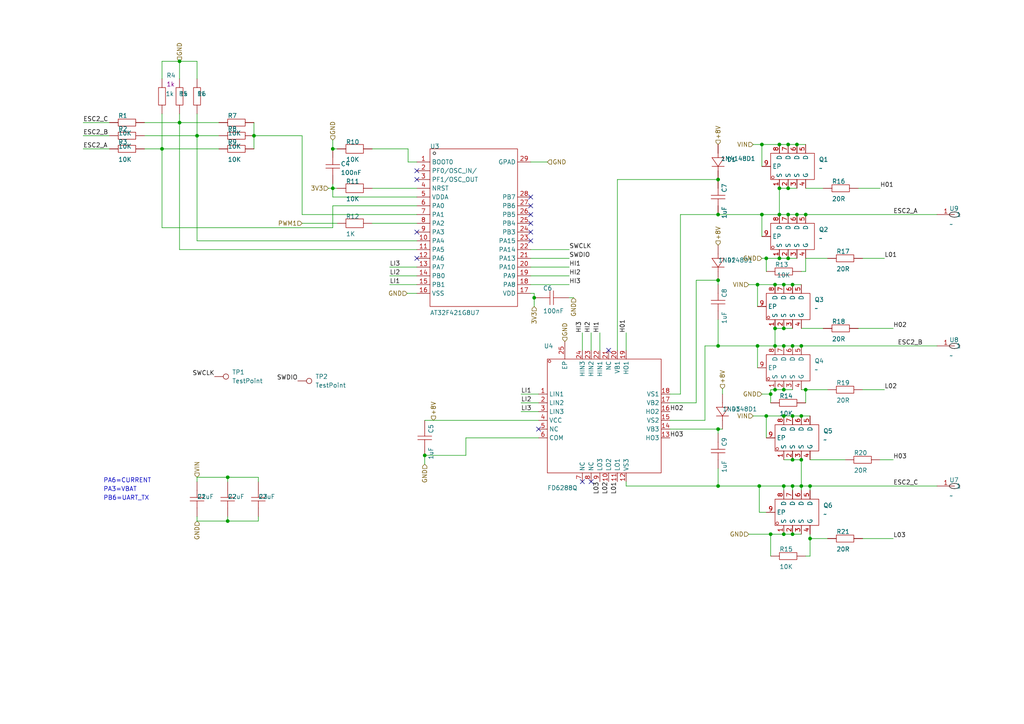
<source format=kicad_sch>
(kicad_sch (version 20250114) (generator "eeschema") (generator_version "9.0")
  (paper "A4")
  (lib_symbols
    (symbol "2_P2-altium-import:root_0_100nf_" (pin_numbers (hide yes)) (pin_names (hide yes))
      (symbol "root_0_100nf__1_0"
        (pin passive line (at -5.08 0 0) (length 2.54) (name "1") (number "1"))
        (pin passive line (at 5.08 0 180) (length 2.54) (name "2") (number "2"))
      )
    )
    (symbol "2_P2-altium-import:root_0_10k_" (pin_numbers (hide yes)) (pin_names (hide yes))
      (symbol "root_0_10k__1_0"
        (pin passive line (at -5.08 0 0) (length 2.54) (name "1") (number "1"))
        (pin passive line (at 5.08 0 180) (length 2.54) (name "2") (number "2"))
      )
    )
    (symbol "2_P2-altium-import:root_0_AT32F421G8U7_"
      (symbol "root_0_AT32F421G8U7__1_0"
        (pin passive line (at -3.81 41.91 0) (length 3.81) (name "BOOT0") (number "1"))
        (pin passive line (at -3.81 39.37 0) (length 3.81) (name "PF0/OSC_IN/") (number "2"))
        (pin passive line (at -3.81 36.83 0) (length 3.81) (name "PF1/OSC_OUT") (number "3"))
        (pin passive line (at -3.81 34.29 0) (length 3.81) (name "NRST") (number "4"))
        (pin passive line (at -3.81 31.75 0) (length 3.81) (name "VDDA") (number "5"))
        (pin passive line (at -3.81 29.21 0) (length 3.81) (name "PA0") (number "6"))
        (pin passive line (at -3.81 26.67 0) (length 3.81) (name "PA1") (number "7"))
        (pin passive line (at -3.81 24.13 0) (length 3.81) (name "PA2") (number "8"))
        (pin passive line (at -3.81 21.59 0) (length 3.81) (name "PA3") (number "9"))
        (pin passive line (at -3.81 19.05 0) (length 3.81) (name "PA4") (number "10"))
        (pin passive line (at -3.81 16.51 0) (length 3.81) (name "PA5") (number "11"))
        (pin passive line (at -3.81 13.97 0) (length 3.81) (name "PA6") (number "12"))
        (pin passive line (at -3.81 11.43 0) (length 3.81) (name "PA7") (number "13"))
        (pin passive line (at -3.81 8.89 0) (length 3.81) (name "PB0") (number "14"))
        (pin passive line (at -3.81 6.35 0) (length 3.81) (name "PB1") (number "15"))
        (pin passive line (at -3.81 3.81 0) (length 3.81) (name "VSS") (number "16"))
        (pin passive line (at 29.21 41.91 180) (length 3.81) (name "GPAD") (number "29"))
        (pin passive line (at 29.21 31.75 180) (length 3.81) (name "PB7") (number "28"))
        (pin passive line (at 29.21 29.21 180) (length 3.81) (name "PB6") (number "27"))
        (pin passive line (at 29.21 26.67 180) (length 3.81) (name "PB5") (number "26"))
        (pin passive line (at 29.21 24.13 180) (length 3.81) (name "PB4") (number "25"))
        (pin passive line (at 29.21 21.59 180) (length 3.81) (name "PB3") (number "24"))
        (pin passive line (at 29.21 19.05 180) (length 3.81) (name "PA15") (number "23"))
        (pin passive line (at 29.21 16.51 180) (length 3.81) (name "PA14") (number "22"))
        (pin passive line (at 29.21 13.97 180) (length 3.81) (name "PA13") (number "21"))
        (pin passive line (at 29.21 11.43 180) (length 3.81) (name "PA10") (number "20"))
        (pin passive line (at 29.21 8.89 180) (length 3.81) (name "PA9") (number "19"))
        (pin passive line (at 29.21 6.35 180) (length 3.81) (name "PA8") (number "18"))
        (pin passive line (at 29.21 3.81 180) (length 3.81) (name "VDD") (number "17"))
      )
    )
    (symbol "2_P2-altium-import:root_0_ESC焊盘_"
      (symbol "root_0_ESC焊盘__1_0"
        (pin passive line (at -5.08 0 0) (length 5.08) (name "1") (number "1"))
      )
    )
    (symbol "2_P2-altium-import:root_0_FD6288Q_3_"
      (symbol "root_0_FD6288Q_3__1_0"
        (pin passive line (at -19.05 6.35 0) (length 2.54) (name "LIN1") (number "1"))
        (pin passive line (at -19.05 3.81 0) (length 2.54) (name "LIN2") (number "2"))
        (pin passive line (at -19.05 1.27 0) (length 2.54) (name "LIN3") (number "3"))
        (pin passive line (at -19.05 -1.27 0) (length 2.54) (name "VCC") (number "4"))
        (pin passive line (at -19.05 -3.81 0) (length 2.54) (name "NC") (number "5"))
        (pin passive line (at -19.05 -6.35 0) (length 2.54) (name "COM") (number "6"))
        (pin passive line (at -11.43 21.59 270) (length 5.08) (name "EP") (number "25"))
        (pin passive line (at -6.35 19.05 270) (length 2.54) (name "HIN3") (number "24"))
        (pin passive line (at -6.35 -19.05 90) (length 2.54) (name "NC") (number "7"))
        (pin passive line (at -3.81 19.05 270) (length 2.54) (name "HIN2") (number "23"))
        (pin passive line (at -3.81 -19.05 90) (length 2.54) (name "NC") (number "8"))
        (pin passive line (at -1.27 19.05 270) (length 2.54) (name "HIN1") (number "22"))
        (pin passive line (at -1.27 -19.05 90) (length 2.54) (name "LO3") (number "9"))
        (pin passive line (at 1.27 19.05 270) (length 2.54) (name "NC") (number "21"))
        (pin passive line (at 1.27 -19.05 90) (length 2.54) (name "LO2") (number "10"))
        (pin passive line (at 3.81 19.05 270) (length 2.54) (name "VB1") (number "20"))
        (pin passive line (at 3.81 -19.05 90) (length 2.54) (name "LO1") (number "11"))
        (pin passive line (at 6.35 19.05 270) (length 2.54) (name "HO1") (number "19"))
        (pin passive line (at 6.35 -19.05 90) (length 2.54) (name "VS3") (number "12"))
        (pin passive line (at 19.05 6.35 180) (length 2.54) (name "VS1") (number "18"))
        (pin passive line (at 19.05 3.81 180) (length 2.54) (name "VB2") (number "17"))
        (pin passive line (at 19.05 1.27 180) (length 2.54) (name "HO2") (number "16"))
        (pin passive line (at 19.05 -1.27 180) (length 2.54) (name "VS2") (number "15"))
        (pin passive line (at 19.05 -3.81 180) (length 2.54) (name "VB3") (number "14"))
        (pin passive line (at 19.05 -6.35 180) (length 2.54) (name "HO3") (number "13"))
      )
    )
    (symbol "2_P2-altium-import:root_0_R0201_3_" (pin_numbers (hide yes)) (pin_names (hide yes))
      (symbol "root_0_R0201_3__1_0"
        (pin passive line (at -5.08 0 0) (length 2.54) (name "1") (number "1"))
        (pin passive line (at 5.08 0 180) (length 2.54) (name "2") (number "2"))
      )
    )
    (symbol "2_P2-altium-import:root_0_R0402_" (pin_numbers (hide yes)) (pin_names (hide yes))
      (symbol "root_0_R0402__1_0"
        (pin passive line (at -5.08 0 0) (length 2.54) (name "1") (number "1"))
        (pin passive line (at 5.08 0 180) (length 2.54) (name "2") (number "2"))
      )
    )
    (symbol "2_P2-altium-import:root_1_100nf_" (pin_numbers (hide yes)) (pin_names (hide yes))
      (symbol "root_1_100nf__1_0"
        (pin passive line (at 0 5.08 270) (length 2.54) (name "2") (number "2"))
        (pin passive line (at 0 -5.08 90) (length 2.54) (name "1") (number "1"))
      )
    )
    (symbol "2_P2-altium-import:root_1_CAP_0805_" (pin_numbers (hide yes)) (pin_names (hide yes))
      (symbol "root_1_CAP_0805__1_0"
        (pin passive line (at 0 5.08 270) (length 2.54) (name "2") (number "2"))
        (pin passive line (at 0 -5.08 90) (length 2.54) (name "1") (number "1"))
      )
    )
    (symbol "2_P2-altium-import:root_1_R0201_3_" (pin_numbers (hide yes)) (pin_names (hide yes))
      (symbol "root_1_R0201_3__1_0"
        (pin passive line (at 0 5.08 270) (length 2.54) (name "2") (number "2"))
        (pin passive line (at 0 -5.08 90) (length 2.54) (name "1") (number "1"))
      )
    )
    (symbol "2_P2-altium-import:root_1_SED3080M_"
      (symbol "root_1_SED3080M__1_0"
        (pin passive line (at -8.89 0 0) (length 2.54) (name "EP") (number "9"))
        (pin passive line (at -3.81 6.35 270) (length 2.54) (name "D") (number "8"))
        (pin passive line (at -3.81 -6.35 90) (length 2.54) (name "S") (number "1"))
        (pin passive line (at -1.27 6.35 270) (length 2.54) (name "D") (number "7"))
        (pin passive line (at -1.27 -6.35 90) (length 2.54) (name "S") (number "2"))
        (pin passive line (at 1.27 6.35 270) (length 2.54) (name "D") (number "6"))
        (pin passive line (at 1.27 -6.35 90) (length 2.54) (name "S") (number "3"))
        (pin passive line (at 3.81 6.35 270) (length 2.54) (name "D") (number "5"))
        (pin passive line (at 3.81 -6.35 90) (length 2.54) (name "G") (number "4"))
      )
    )
    (symbol "2_P2-altium-import:root_1_TPBT4448-1006_" (pin_numbers (hide yes)) (pin_names (hide yes))
      (symbol "root_1_TPBT4448-1006__1_0"
        (pin passive line (at 0 5.08 270) (length 2.54) (name "A") (number "2"))
        (pin passive line (at 0 -5.08 90) (length 2.54) (name "K") (number "1"))
      )
    )
    (symbol "2_P2-altium-import:root_2_1k_" (pin_numbers (hide yes)) (pin_names (hide yes))
      (symbol "root_2_1k__1_0"
        (pin passive line (at -5.08 0 0) (length 2.54) (name "2") (number "2"))
        (pin passive line (at 5.08 0 180) (length 2.54) (name "1") (number "1"))
      )
    )
    (symbol "2_P2-altium-import:root_3_C0402_" (pin_numbers (hide yes)) (pin_names (hide yes))
      (symbol "root_3_C0402__1_0"
        (pin passive line (at 0 5.08 270) (length 2.54) (name "1") (number "1"))
        (pin passive line (at 0 -5.08 90) (length 2.54) (name "2") (number "2"))
      )
    )
    (symbol "Connector:TestPoint" (pin_numbers (hide yes)) (pin_names (offset 0.762) (hide yes))
      (property "Reference" "TP" (at 0 6.858 0))
      (property "Value" "TestPoint" (at 0 5.08 0))
      (symbol "TestPoint_1_1"
        (pin passive line (at 0 0 90) (length 2.54) (name "1") (number "1"))
      )
    )
  )
  (text "PA3=VBAT" (at 29.972 142.748 0) (effects (font (size 1.27 1.27)) (justify left bottom)))
  (text "PB6=UART_TX" (at 29.972 145.288 0) (effects (font (size 1.27 1.27)) (justify left bottom)))
  (text "PA6=CURRENT" (at 29.972 140.208 0) (effects (font (size 1.27 1.27)) (justify left bottom)))
  (junction (at 123.19 132.08))
  (junction (at 227.33 140.97))
  (junction (at 226.06 62.23))
  (junction (at 228.6 74.93))
  (junction (at 229.87 140.97))
  (junction (at 208.28 81.28))
  (junction (at 208.28 100.33))
  (junction (at 96.52 43.18))
  (junction (at 154.94 86.36))
  (junction (at 228.6 41.91))
  (junction (at 220.218 140.97))
  (junction (at 227.33 120.65))
  (junction (at 46.99 43.18))
  (junction (at 232.41 133.35))
  (junction (at 229.87 133.35))
  (junction (at 223.52 114.3))
  (junction (at 224.79 113.03))
  (junction (at 232.41 120.65))
  (junction (at 208.28 124.46))
  (junction (at 220.98 62.23))
  (junction (at 232.41 100.33))
  (junction (at 227.33 100.33))
  (junction (at 227.33 113.03))
  (junction (at 229.87 100.33))
  (junction (at 226.06 74.93))
  (junction (at 222.25 120.65))
  (junction (at 228.6 62.23))
  (junction (at 226.06 54.61))
  (junction (at 208.28 140.97))
  (junction (at 208.28 52.07))
  (junction (at 231.14 62.23))
  (junction (at 224.79 100.33))
  (junction (at 223.52 154.94))
  (junction (at 224.79 95.25))
  (junction (at 229.87 82.55))
  (junction (at 232.41 140.97))
  (junction (at 234.95 140.97))
  (junction (at 219.71 82.55))
  (junction (at 52.07 35.56))
  (junction (at 234.95 156.21))
  (junction (at 226.06 41.91))
  (junction (at 220.98 41.91))
  (junction (at 224.79 82.55))
  (junction (at 66.04 138.43))
  (junction (at 208.28 62.23))
  (junction (at 219.71 100.33))
  (junction (at 229.87 154.94))
  (junction (at 96.52 54.61))
  (junction (at 57.15 39.37))
  (junction (at 66.04 151.13))
  (junction (at 227.33 82.55))
  (junction (at 222.25 74.93))
  (junction (at 233.68 113.03))
  (junction (at 233.68 62.23))
  (junction (at 228.6 54.61))
  (junction (at 73.66 39.37))
  (junction (at 231.14 41.91))
  (junction (at 227.33 95.25))
  (junction (at 229.87 120.65))
  (junction (at 52.07 17.78))
  (junction (at 227.33 154.94))
  (no_connect (at 153.924 67.31))
  (no_connect (at 171.45 139.7))
  (no_connect (at 120.904 49.53))
  (no_connect (at 120.904 52.07))
  (no_connect (at 153.924 57.15))
  (no_connect (at 176.53 101.6))
  (no_connect (at 153.924 64.77))
  (no_connect (at 153.924 62.23))
  (no_connect (at 120.904 67.31))
  (no_connect (at 153.924 59.69))
  (no_connect (at 120.904 74.93))
  (no_connect (at 156.21 124.46))
  (no_connect (at 168.91 139.7))
  (no_connect (at 153.924 69.85))
  (wire (pts (xy 135.128 132.08) (xy 135.128 127)))
  (wire (pts (xy 222.25 120.65) (xy 222.25 127)))
  (wire (pts (xy 208.28 92.71) (xy 208.28 100.33)))
  (wire (pts (xy 224.79 95.25) (xy 224.79 100.33)))
  (wire (pts (xy 229.87 140.97) (xy 227.33 140.97)))
  (wire (pts (xy 208.28 140.97) (xy 220.218 140.97)))
  (wire (pts (xy 168.91 96.52) (xy 168.91 101.6)))
  (wire (pts (xy 220.218 148.59) (xy 222.25 148.59)))
  (wire (pts (xy 194.31 116.84) (xy 201.93 116.84)))
  (wire (pts (xy 46.99 43.18) (xy 41.91 43.18)))
  (wire (pts (xy 226.06 54.61) (xy 226.06 62.23)))
  (wire (pts (xy 231.14 54.61) (xy 228.6 54.61)))
  (wire (pts (xy 208.28 124.46) (xy 209.55 124.46)))
  (wire (pts (xy 209.55 112.776) (xy 209.55 114.3)))
  (wire (pts (xy 234.95 161.29) (xy 233.68 161.29)))
  (wire (pts (xy 24.13 35.56) (xy 31.75 35.56)))
  (wire (pts (xy 228.6 62.23) (xy 231.14 62.23)))
  (wire (pts (xy 232.41 95.25) (xy 238.76 95.25)))
  (wire (pts (xy 96.52 54.61) (xy 97.79 54.61)))
  (wire (pts (xy 96.52 54.61) (xy 95.25 54.61)))
  (wire (pts (xy 153.924 74.93) (xy 165.1 74.93)))
  (wire (pts (xy 204.47 100.33) (xy 208.28 100.33)))
  (wire (pts (xy 208.28 125.73) (xy 208.28 124.46)))
  (wire (pts (xy 231.14 62.23) (xy 233.68 62.23)))
  (wire (pts (xy 220.98 48.26) (xy 220.98 41.91)))
  (wire (pts (xy 113.03 80.01) (xy 120.904 80.01)))
  (wire (pts (xy 153.924 77.47) (xy 165.1 77.47)))
  (wire (pts (xy 234.95 140.97) (xy 232.41 140.97)))
  (wire (pts (xy 233.68 62.23) (xy 271.78 62.23)))
  (wire (pts (xy 52.07 17.78) (xy 52.07 22.86)))
  (wire (pts (xy 57.15 151.13) (xy 57.15 149.86)))
  (wire (pts (xy 197.358 62.23) (xy 197.358 114.3)))
  (wire (pts (xy 96.52 40.64) (xy 96.52 43.18)))
  (wire (pts (xy 96.52 59.69) (xy 96.52 66.04)))
  (wire (pts (xy 234.95 156.21) (xy 234.95 161.29)))
  (wire (pts (xy 96.52 43.18) (xy 97.79 43.18)))
  (wire (pts (xy 217.17 82.55) (xy 219.71 82.55)))
  (wire (pts (xy 87.63 62.23) (xy 87.63 39.37)))
  (wire (pts (xy 219.71 100.33) (xy 219.71 106.68)))
  (wire (pts (xy 166.37 86.36) (xy 165.1 86.36)))
  (wire (pts (xy 233.68 78.74) (xy 233.68 74.93)))
  (wire (pts (xy 57.15 17.78) (xy 52.07 17.78)))
  (wire (pts (xy 153.924 46.99) (xy 158.75 46.99)))
  (wire (pts (xy 232.41 140.97) (xy 229.87 140.97)))
  (wire (pts (xy 234.95 140.97) (xy 271.78 140.97)))
  (wire (pts (xy 220.98 62.23) (xy 226.06 62.23)))
  (wire (pts (xy 123.19 121.92) (xy 156.21 121.92)))
  (wire (pts (xy 120.904 62.23) (xy 87.63 62.23)))
  (wire (pts (xy 223.52 154.94) (xy 227.33 154.94)))
  (wire (pts (xy 232.41 154.94) (xy 229.87 154.94)))
  (wire (pts (xy 156.21 127) (xy 135.128 127)))
  (wire (pts (xy 194.31 124.46) (xy 208.28 124.46)))
  (wire (pts (xy 224.79 82.55) (xy 227.33 82.55)))
  (wire (pts (xy 222.25 74.93) (xy 222.25 78.74)))
  (wire (pts (xy 220.98 62.23) (xy 220.98 68.58)))
  (wire (pts (xy 220.218 140.97) (xy 220.218 148.59)))
  (wire (pts (xy 232.41 100.33) (xy 271.78 100.33)))
  (wire (pts (xy 46.99 33.02) (xy 46.99 43.18)))
  (wire (pts (xy 220.218 140.97) (xy 227.33 140.97)))
  (wire (pts (xy 218.44 120.65) (xy 222.25 120.65)))
  (wire (pts (xy 107.95 54.61) (xy 120.904 54.61)))
  (wire (pts (xy 227.33 82.55) (xy 229.87 82.55)))
  (wire (pts (xy 66.04 151.13) (xy 74.93 151.13)))
  (wire (pts (xy 233.68 54.61) (xy 238.76 54.61)))
  (wire (pts (xy 229.87 120.65) (xy 227.33 120.65)))
  (wire (pts (xy 118.364 43.18) (xy 107.95 43.18)))
  (wire (pts (xy 250.19 156.21) (xy 259.08 156.21)))
  (wire (pts (xy 120.904 72.39) (xy 52.07 72.39)))
  (wire (pts (xy 154.94 85.09) (xy 154.94 86.36)))
  (wire (pts (xy 73.66 39.37) (xy 73.66 35.56)))
  (wire (pts (xy 66.04 138.43) (xy 74.93 138.43)))
  (wire (pts (xy 223.52 154.94) (xy 223.52 161.29)))
  (wire (pts (xy 57.15 33.02) (xy 57.15 39.37)))
  (wire (pts (xy 233.68 113.03) (xy 233.68 116.84)))
  (wire (pts (xy 224.79 113.03) (xy 227.33 113.03)))
  (wire (pts (xy 66.04 138.43) (xy 66.04 139.7)))
  (wire (pts (xy 107.95 64.77) (xy 120.904 64.77)))
  (wire (pts (xy 232.41 78.74) (xy 233.68 78.74)))
  (wire (pts (xy 96.52 54.61) (xy 96.52 57.15)))
  (wire (pts (xy 204.47 121.92) (xy 204.47 100.33)))
  (wire (pts (xy 153.924 72.39) (xy 165.1 72.39)))
  (wire (pts (xy 118.11 85.09) (xy 120.904 85.09)))
  (wire (pts (xy 208.28 100.33) (xy 219.71 100.33)))
  (wire (pts (xy 154.94 85.09) (xy 153.924 85.09)))
  (wire (pts (xy 87.63 64.77) (xy 97.79 64.77)))
  (wire (pts (xy 229.87 100.33) (xy 232.41 100.33)))
  (wire (pts (xy 227.33 100.33) (xy 229.87 100.33)))
  (wire (pts (xy 229.87 120.65) (xy 232.41 120.65)))
  (wire (pts (xy 222.25 120.65) (xy 227.33 120.65)))
  (wire (pts (xy 219.71 100.33) (xy 224.79 100.33)))
  (wire (pts (xy 57.15 39.37) (xy 63.5 39.37)))
  (wire (pts (xy 233.68 113.03) (xy 240.03 113.03)))
  (wire (pts (xy 74.93 151.13) (xy 74.93 149.86)))
  (wire (pts (xy 179.07 52.07) (xy 208.28 52.07)))
  (wire (pts (xy 113.03 82.55) (xy 120.904 82.55)))
  (wire (pts (xy 52.07 35.56) (xy 52.07 72.39)))
  (wire (pts (xy 154.94 86.36) (xy 154.94 88.9)))
  (wire (pts (xy 201.93 81.28) (xy 201.93 116.84)))
  (wire (pts (xy 73.66 43.18) (xy 73.66 39.37)))
  (wire (pts (xy 224.79 95.25) (xy 227.33 95.25)))
  (wire (pts (xy 87.63 39.37) (xy 73.66 39.37)))
  (wire (pts (xy 224.79 113.03) (xy 223.52 113.03)))
  (wire (pts (xy 220.98 114.3) (xy 223.52 114.3)))
  (wire (pts (xy 181.61 140.97) (xy 208.28 140.97)))
  (wire (pts (xy 232.41 120.65) (xy 234.95 120.65)))
  (wire (pts (xy 259.08 133.35) (xy 255.27 133.35)))
  (wire (pts (xy 222.25 74.93) (xy 226.06 74.93)))
  (wire (pts (xy 228.6 41.91) (xy 231.14 41.91)))
  (wire (pts (xy 31.75 39.37) (xy 24.13 39.37)))
  (wire (pts (xy 226.06 62.23) (xy 228.6 62.23)))
  (wire (pts (xy 229.87 133.35) (xy 232.41 133.35)))
  (wire (pts (xy 181.61 139.7) (xy 181.61 140.97)))
  (wire (pts (xy 153.924 82.55) (xy 165.1 82.55)))
  (wire (pts (xy 217.17 154.94) (xy 223.52 154.94)))
  (wire (pts (xy 218.44 41.91) (xy 220.98 41.91)))
  (wire (pts (xy 232.41 113.03) (xy 233.68 113.03)))
  (wire (pts (xy 248.92 95.25) (xy 259.08 95.25)))
  (wire (pts (xy 151.13 116.84) (xy 156.21 116.84)))
  (wire (pts (xy 208.28 81.28) (xy 208.28 82.55)))
  (wire (pts (xy 123.19 132.08) (xy 135.128 132.08)))
  (wire (pts (xy 57.15 17.78) (xy 57.15 22.86)))
  (wire (pts (xy 194.31 114.3) (xy 197.358 114.3)))
  (wire (pts (xy 227.33 140.97) (xy 227.33 142.24)))
  (wire (pts (xy 57.15 151.13) (xy 66.04 151.13)))
  (wire (pts (xy 57.15 39.37) (xy 57.15 69.85)))
  (wire (pts (xy 120.904 69.85) (xy 57.15 69.85)))
  (wire (pts (xy 74.93 138.43) (xy 74.93 139.7)))
  (wire (pts (xy 227.33 95.25) (xy 229.87 95.25)))
  (wire (pts (xy 208.28 62.23) (xy 220.98 62.23)))
  (wire (pts (xy 232.41 140.97) (xy 232.41 142.24)))
  (wire (pts (xy 151.13 114.3) (xy 156.21 114.3)))
  (wire (pts (xy 179.07 52.07) (xy 179.07 101.6)))
  (wire (pts (xy 228.6 74.93) (xy 231.14 74.93)))
  (wire (pts (xy 208.28 135.89) (xy 208.28 140.97)))
  (wire (pts (xy 96.52 53.34) (xy 96.52 54.61)))
  (wire (pts (xy 250.19 113.03) (xy 256.54 113.03)))
  (wire (pts (xy 227.33 113.03) (xy 229.87 113.03)))
  (wire (pts (xy 118.364 46.99) (xy 118.364 43.18)))
  (wire (pts (xy 219.71 82.55) (xy 224.79 82.55)))
  (wire (pts (xy 248.92 54.61) (xy 255.27 54.61)))
  (wire (pts (xy 63.5 35.56) (xy 52.07 35.56)))
  (wire (pts (xy 229.87 154.94) (xy 227.33 154.94)))
  (wire (pts (xy 66.04 149.86) (xy 66.04 151.13)))
  (wire (pts (xy 52.07 35.56) (xy 41.91 35.56)))
  (wire (pts (xy 229.87 82.55) (xy 232.41 82.55)))
  (wire (pts (xy 96.52 66.04) (xy 46.99 66.04)))
  (wire (pts (xy 223.52 114.3) (xy 223.52 116.84)))
  (wire (pts (xy 46.99 17.78) (xy 46.99 22.86)))
  (wire (pts (xy 52.07 17.78) (xy 46.99 17.78)))
  (wire (pts (xy 194.31 121.92) (xy 204.47 121.92)))
  (wire (pts (xy 46.99 43.18) (xy 63.5 43.18)))
  (wire (pts (xy 24.13 43.18) (xy 31.75 43.18)))
  (wire (pts (xy 228.6 54.61) (xy 226.06 54.61)))
  (wire (pts (xy 234.95 140.97) (xy 234.95 142.24)))
  (wire (pts (xy 233.68 74.93) (xy 240.03 74.93)))
  (wire (pts (xy 220.98 41.91) (xy 226.06 41.91)))
  (wire (pts (xy 234.95 156.21) (xy 240.03 156.21)))
  (wire (pts (xy 173.99 101.6) (xy 173.99 96.52)))
  (wire (pts (xy 219.71 88.9) (xy 219.71 82.55)))
  (wire (pts (xy 234.95 154.94) (xy 234.95 156.21)))
  (wire (pts (xy 46.99 43.18) (xy 46.99 66.04)))
  (wire (pts (xy 171.45 96.52) (xy 171.45 101.6)))
  (wire (pts (xy 232.41 133.35) (xy 232.41 140.97)))
  (wire (pts (xy 57.15 138.43) (xy 57.15 139.7)))
  (wire (pts (xy 57.15 138.43) (xy 66.04 138.43)))
  (wire (pts (xy 153.924 80.01) (xy 165.1 80.01)))
  (wire (pts (xy 226.06 41.91) (xy 228.6 41.91)))
  (wire (pts (xy 113.03 77.47) (xy 120.904 77.47)))
  (wire (pts (xy 181.61 96.52) (xy 181.61 101.6)))
  (wire (pts (xy 41.91 39.37) (xy 57.15 39.37)))
  (wire (pts (xy 52.07 35.56) (xy 52.07 33.02)))
  (wire (pts (xy 226.06 74.93) (xy 228.6 74.93)))
  (wire (pts (xy 73.66 39.37) (xy 73.406 39.37)))
  (wire (pts (xy 120.904 46.99) (xy 118.364 46.99)))
  (wire (pts (xy 223.52 113.03) (xy 223.52 114.3)))
  (wire (pts (xy 229.87 140.97) (xy 229.87 142.24)))
  (wire (pts (xy 234.95 133.35) (xy 245.11 133.35)))
  (wire (pts (xy 227.33 133.35) (xy 229.87 133.35)))
  (wire (pts (xy 123.19 134.62) (xy 123.19 132.08)))
  (wire (pts (xy 197.358 62.23) (xy 208.28 62.23)))
  (wire (pts (xy 231.14 41.91) (xy 233.68 41.91)))
  (wire (pts (xy 96.52 57.15) (xy 120.904 57.15)))
  (wire (pts (xy 220.98 74.93) (xy 222.25 74.93)))
  (wire (pts (xy 224.79 100.33) (xy 227.33 100.33)))
  (wire (pts (xy 250.19 74.93) (xy 256.54 74.93)))
  (wire (pts (xy 96.52 59.69) (xy 120.904 59.69)))
  (wire (pts (xy 151.13 119.38) (xy 156.21 119.38)))
  (wire (pts (xy 201.93 81.28) (xy 208.28 81.28)))
  (label "LI1" (at 113.03 82.55 0))
  (label "L01" (at 179.07 139.7 270))
  (label "L03" (at 259.08 156.21 0))
  (label "ESC2_C" (at 259.08 140.97 0))
  (label "ESC2_B" (at 260.35 100.33 0))
  (label "H01" (at 255.27 54.61 0))
  (label "ESC2_A" (at 259.08 62.23 0))
  (label "H02" (at 194.31 119.38 0))
  (label "L02" (at 256.54 113.03 0))
  (label "LI3" (at 151.13 119.38 0))
  (label "HI2" (at 165.1 80.01 0))
  (label "SWCLK" (at 165.1 72.39 0))
  (label "SWCLK" (at 62.23 109.22 180))
  (label "LI1" (at 151.13 114.3 0))
  (label "L03" (at 173.99 139.7 270))
  (label "HI3" (at 165.1 82.55 0))
  (label "L01" (at 256.54 74.93 0))
  (label "H03" (at 259.08 133.35 0))
  (label "H03" (at 194.31 127 0))
  (label "LI2" (at 113.03 80.01 0))
  (label "HI3" (at 168.91 96.52 90))
  (label "ESC2_A" (at 24.13 43.18 0))
  (label "LI3" (at 113.03 77.47 0))
  (label "L02" (at 176.53 139.7 270))
  (label "HI2" (at 171.45 96.52 90))
  (label "ESC2_B" (at 24.13 39.37 0))
  (label "LI2" (at 151.13 116.84 0))
  (label "H01" (at 181.61 96.52 90))
  (label "H02" (at 259.08 95.25 0))
  (label "SWDIO" (at 86.36 110.49 180))
  (label "HI1" (at 165.1 77.47 0))
  (label "HI1" (at 173.99 96.52 90))
  (label "ESC2_C" (at 24.13 35.56 0))
  (label "SWDIO" (at 165.1 74.93 0))
  (hierarchical_label "+8V" (shape input) (at 209.55 112.776 90))
  (hierarchical_label "3V3" (shape input) (at 95.25 54.61 180))
  (hierarchical_label "GND" (shape input) (at 220.98 114.3 180))
  (hierarchical_label "GND" (shape input) (at 96.52 40.64 90))
  (hierarchical_label "VIN" (shape input) (at 218.44 41.91 180))
  (hierarchical_label "PWM1" (shape input) (at 87.63 64.77 180))
  (hierarchical_label "VIN" (shape input) (at 217.17 82.55 180))
  (hierarchical_label "+8V" (shape input) (at 125.73 121.92 90))
  (hierarchical_label "GND" (shape input) (at 163.83 99.06 90))
  (hierarchical_label "GND" (shape input) (at 166.37 86.36 270))
  (hierarchical_label "VIN" (shape input) (at 218.44 120.65 180))
  (hierarchical_label "GND" (shape input) (at 217.17 154.94 180))
  (hierarchical_label "GND" (shape input) (at 158.75 46.99 0))
  (hierarchical_label "3V3" (shape input) (at 154.94 88.9 270))
  (hierarchical_label "GND" (shape input) (at 118.11 85.09 180))
  (hierarchical_label "VIN" (shape input) (at 57.15 138.43 90))
  (hierarchical_label "GND" (shape input) (at 123.19 134.62 270))
  (hierarchical_label "+8V" (shape input) (at 208.28 41.91 90))
  (hierarchical_label "GND" (shape input) (at 57.15 151.13 270))
  (hierarchical_label "GND" (shape input) (at 220.98 74.93 180))
  (hierarchical_label "+8V" (shape input) (at 208.28 71.12 90))
  (hierarchical_label "GND" (shape input) (at 52.07 17.78 90))
  (symbol (lib_id "2_P2-altium-import:root_0_R0402_") (at 227.33 78.74 0) (unit 1)
    (property "Reference" "R13" (at 224.79 77.47 0) (effects (justify left bottom)))
    (property "Value" "10K" (at 225.298 80.518 0) (effects (justify left bottom)))
    (property "Footprint" "lcsc:R0201" (effects (hide yes)))
    (property "SYMBOL" "电阻_2" (effects (hide yes)))
    (property "DEVICE" "R0402" (effects (hide yes)))
    (property "ADD INTO BOM" "yes" (effects (hide yes)))
    (property "CONVERT TO PCB" "yes" (effects (hide yes)))
    (property "SUPPLIER FOOTPRINT" "0402" (effects (hide yes)))
    (property "ALTIUM_VALUE" "10K" (effects (hide yes)))
    (property "CHECK" "false" (effects (hide yes)))
  )
  (symbol (lib_id "2_P2-altium-import:root_3_C0402_") (at 123.19 127 0) (unit 1)
    (property "Reference" "C5" (at 125.73 125.73 90) (effects (justify left bottom)))
    (property "Value" "1uF" (at 125.73 133.35 90) (effects (justify left bottom)))
    (property "Footprint" "lcsc:C0201" (effects (hide yes)))
    (property "SYMBOL" "CapAcitance_1" (effects (hide yes)))
    (property "DEVICE" "C0402" (effects (hide yes)))
    (property "CONVERT TO PCB" "yes" (effects (hide yes)))
    (property "ADD INTO BOM" "yes" (effects (hide yes)))
    (property "SUPPLIER FOOTPRINT" "0402" (effects (hide yes)))
    (property "ALTIUM_VALUE" "1uF" (effects (hide yes)))
    (property "SUPPLIER PART" "C76935" (effects (hide yes)))
    (property "CHECK" "false" (effects (hide yes)))
  )
  (symbol (lib_id "2_P2-altium-import:root_1_SED3080M_") (at 231.14 127 0) (unit 1)
    (property "Reference" "Q5" (at 238.76 125.73 0) (effects (justify left bottom)))
    (property "Value" "~" (at 238.76 128.27 0) (effects (justify left bottom)))
    (property "Footprint" "lcsc:DFN-8_L3.0-W3.0-P0.65-BL" (effects (hide yes)))
    (property "SYMBOL" "SED3080M" (effects (hide yes)))
    (property "DEVICE" "SED3080M" (effects (hide yes)))
    (property "LCSC PART NAME" "N沟道 30V 80A" (effects (hide yes)))
    (property "SUPPLIER PART" "C17702946" (effects (hide yes)))
    (property "SUPPLIER FOOTPRINT" "DFN 3x3" (effects (hide yes)))
    (property "JLCPCB PART CLASS" "扩展库" (effects (hide yes)))
    (property "DATASHEET" "https://atta.szlcsc.com/upload/public/pdf/source/20180713/C238667_532A6CBA57821AB07A742C5DFB205B0F.pdf" (effects (hide yes)))
    (property "ADD INTO BOM" "yes" (effects (hide yes)))
    (property "CONVERT TO PCB" "yes" (effects (hide yes)))
    (property "TYPE" "N沟道" (effects (hide yes)))
    (property "DRAIN SOURCE VOLTAGE (VDSS)" "30V" (effects (hide yes)))
    (property "CONTINUOUS DRAIN CURRENT (ID)" "80A" (effects (hide yes)))
    (property "POWER DISSIPATION (PD)" "83W" (effects (hide yes)))
    (property "DRAIN SOURCE ON RESISTANCE (RDS(ON)@VGS,ID)" "6.5mΩ@10V,25A" (effects (hide yes)))
    (property "GATE THRESHOLD VOLTAGE (VGS(TH)@ID)" "3V@250uA" (effects (hide yes)))
    (property "CHECK" "false" (effects (hide yes)))
  )
  (symbol (lib_id "2_P2-altium-import:root_0_10k_") (at 102.87 54.61 0) (unit 1)
    (property "Reference" "R11" (at 100.33 53.34 0) (effects (justify left bottom)))
    (property "Value" "10K" (at 100.33 58.42 0) (effects (justify left bottom)))
    (property "Footprint" "lcsc:R0201" (effects (hide yes)))
    (property "SYMBOL" "10k" (effects (hide yes)))
    (property "DEVICE" "10k" (effects (hide yes)))
    (property "CONVERT TO PCB" "yes" (effects (hide yes)))
    (property "ADD INTO BOM" "yes" (effects (hide yes)))
    (property "ORIGIN FOOTPRINT" "0402-RSE" (effects (hide yes)))
    (property "NAMEALIAS" "Value(Ω)" (effects (hide yes)))
    (property "CONTRIBUTOR" "LCEDA_Lib" (effects (hide yes)))
    (property "SPICEPRE" "R" (effects (hide yes)))
    (property "SPICESYMBOLNAME" "R_0402_EU" (effects (hide yes)))
  )
  (symbol (lib_id "2_P2-altium-import:root_0_FD6288Q_3_") (at 175.26 120.65 0) (unit 1)
    (property "Reference" "U4" (at 157.734 101.092 0) (effects (justify left bottom)))
    (property "Value" "FD6288Q" (at 158.75 142.24 0) (effects (justify left bottom)))
    (property "Footprint" "lcsc:QFN-24_L4.0-W4.0-P0.50-BL-EP2.6" (effects (hide yes)))
    (property "SYMBOL" "FD6288Q_C328453" (effects (hide yes)))
    (property "DEVICE" "FD6288Q_3" (effects (hide yes)))
    (property "SUPPLIER PART" "C328453" (effects (hide yes)))
    (property "MANUFACTURER" "Fortior Tech(峰岹)" (effects (hide yes)))
    (property "MANUFACTURER PART" "FD6288Q" (effects (hide yes)))
    (property "JLCPCB PART CLASS" "扩展库" (effects (hide yes)))
    (property "LCSC PART NAME" "FD6288Q" (effects (hide yes)))
    (property "SUPPLIER FOOTPRINT" "QFN-24" (effects (hide yes)))
    (property "DATASHEET" "https://atta.szlcsc.com/upload/public/pdf/source/20181108/C328453_785547738DB9FC0123219FC22539EFAD.pdf" (effects (hide yes)))
    (property "ADD INTO BOM" "yes" (effects (hide yes)))
    (property "CONVERT TO PCB" "yes" (effects (hide yes)))
  )
  (symbol (lib_id "2_P2-altium-import:root_0_R0201_3_") (at 68.58 43.18 0) (unit 1)
    (property "Reference" "R9" (at 66.04 41.91 0) (effects (justify left bottom)))
    (property "Value" "10K" (at 66.04 46.99 0) (effects (justify left bottom)))
    (property "Footprint" "lcsc:R0201" (effects (hide yes)))
    (property "SYMBOL" "电阻_2" (effects (hide yes)))
    (property "DEVICE" "R0201_3" (effects (hide yes)))
    (property "CONVERT TO PCB" "yes" (effects (hide yes)))
    (property "ADD INTO BOM" "yes" (effects (hide yes)))
    (property "SUPPLIER FOOTPRINT" "0201" (effects (hide yes)))
    (property "ALTIUM_VALUE" "10K" (effects (hide yes)))
    (property "CHECK" "false" (effects (hide yes)))
  )
  (symbol (lib_id "2_P2-altium-import:root_0_R0201_3_") (at 36.83 39.37 0) (unit 1)
    (property "Reference" "R2" (at 34.29 38.1 0) (effects (justify left bottom)))
    (property "Value" "10K" (at 34.29 43.18 0) (effects (justify left bottom)))
    (property "Footprint" "lcsc:R0201" (effects (hide yes)))
    (property "SYMBOL" "电阻_2" (effects (hide yes)))
    (property "DEVICE" "R0201_3" (effects (hide yes)))
    (property "CONVERT TO PCB" "yes" (effects (hide yes)))
    (property "ADD INTO BOM" "yes" (effects (hide yes)))
    (property "SUPPLIER FOOTPRINT" "0201" (effects (hide yes)))
    (property "ALTIUM_VALUE" "10K" (effects (hide yes)))
    (property "CHECK" "false" (effects (hide yes)))
  )
  (symbol (lib_id "2_P2-altium-import:root_1_SED3080M_") (at 228.6 106.68 0) (unit 1)
    (property "Reference" "Q4" (at 236.22 105.41 0) (effects (justify left bottom)))
    (property "Value" "~" (at 236.22 107.95 0) (effects (justify left bottom)))
    (property "Footprint" "lcsc:DFN-8_L3.0-W3.0-P0.65-BL" (effects (hide yes)))
    (property "SYMBOL" "SED3080M" (effects (hide yes)))
    (property "DEVICE" "SED3080M" (effects (hide yes)))
    (property "LCSC PART NAME" "N沟道 30V 80A" (effects (hide yes)))
    (property "SUPPLIER PART" "C17702946" (effects (hide yes)))
    (property "SUPPLIER FOOTPRINT" "DFN 3x3" (effects (hide yes)))
    (property "JLCPCB PART CLASS" "扩展库" (effects (hide yes)))
    (property "DATASHEET" "https://atta.szlcsc.com/upload/public/pdf/source/20180713/C238667_532A6CBA57821AB07A742C5DFB205B0F.pdf" (effects (hide yes)))
    (property "ADD INTO BOM" "yes" (effects (hide yes)))
    (property "CONVERT TO PCB" "yes" (effects (hide yes)))
    (property "TYPE" "N沟道" (effects (hide yes)))
    (property "DRAIN SOURCE VOLTAGE (VDSS)" "30V" (effects (hide yes)))
    (property "CONTINUOUS DRAIN CURRENT (ID)" "80A" (effects (hide yes)))
    (property "POWER DISSIPATION (PD)" "83W" (effects (hide yes)))
    (property "DRAIN SOURCE ON RESISTANCE (RDS(ON)@VGS,ID)" "6.5mΩ@10V,25A" (effects (hide yes)))
    (property "GATE THRESHOLD VOLTAGE (VGS(TH)@ID)" "3V@250uA" (effects (hide yes)))
    (property "CHECK" "false" (effects (hide yes)))
  )
  (symbol (lib_id "2_P2-altium-import:root_0_R0402_") (at 228.6 161.29 0) (unit 1)
    (property "Reference" "R15" (at 226.06 160.02 0) (effects (justify left bottom)))
    (property "Value" "10K" (at 226.06 165.1 0) (effects (justify left bottom)))
    (property "Footprint" "lcsc:R0201" (effects (hide yes)))
    (property "SYMBOL" "电阻_2" (effects (hide yes)))
    (property "DEVICE" "R0402" (effects (hide yes)))
    (property "ADD INTO BOM" "yes" (effects (hide yes)))
    (property "CONVERT TO PCB" "yes" (effects (hide yes)))
    (property "SUPPLIER FOOTPRINT" "0402" (effects (hide yes)))
    (property "ALTIUM_VALUE" "10K" (effects (hide yes)))
    (property "CHECK" "false" (effects (hide yes)))
  )
  (symbol (lib_id "2_P2-altium-import:root_1_CAP_0805_") (at 57.15 144.78 0) (unit 1)
    (property "Reference" "C1" (at 57.15 144.78 0) (effects (justify left bottom)))
    (property "Value" "22uF" (at 57.15 144.78 0) (effects (justify left bottom)))
    (property "Footprint" "lcsc:C0805" (effects (hide yes)))
    (property "SYMBOL" "CapAcitance_1" (effects (hide yes)))
    (property "DEVICE" "CAP_0805" (effects (hide yes)))
    (property "CONVERT TO PCB" "yes" (effects (hide yes)))
    (property "ADD INTO BOM" "yes" (effects (hide yes)))
    (property "SUPPLIER FOOTPRINT" "0805" (effects (hide yes)))
    (property "ALTIUM_VALUE" "22uF" (effects (hide yes)))
  )
  (symbol (lib_id "2_P2-altium-import:root_0_AT32F421G8U7_") (at 124.714 88.9 0) (unit 1)
    (property "Reference" "U3" (at 124.714 43.18 0) (effects (justify left bottom)))
    (property "Value" "AT32F421G8U7" (at 124.714 91.44 0) (effects (justify left bottom)))
    (property "Footprint" "lcsc:QFN-28_L4.0-W4.0-P0.40-TL-EP2.4" (effects (hide yes)))
    (property "SYMBOL" "AT32F421G8U7" (effects (hide yes)))
    (property "DEVICE" "AT32F421G8U7" (effects (hide yes)))
    (property "SUPPLIER" "ARTERY" (effects (hide yes)))
    (property "CONVERT TO PCB" "yes" (effects (hide yes)))
    (property "ADD INTO BOM" "yes" (effects (hide yes)))
    (property "ORIGIN FOOTPRINT" "QFN-28_L4.0-W4.0-P0.40-TL-EP2.4" (effects (hide yes)))
    (property "CONTRIBUTOR" "jikipcb" (effects (hide yes)))
    (property "SPICEPRE" "U" (effects (hide yes)))
    (property "SPICESYMBOLNAME" "AT32F421G8U7" (effects (hide yes)))
  )
  (symbol (lib_id "2_P2-altium-import:root_1_TPBT4448-1006_") (at 209.55 119.38 0) (unit 1)
    (property "Reference" "D3" (at 212.09 119.38 0) (effects (justify left bottom)))
    (property "Value" "1N4148D1" (at 209.55 119.38 0) (effects (justify left bottom)))
    (property "Footprint" "lcsc:DFN1006-2L-RD" (effects (hide yes)))
    (property "SYMBOL" "TPBT4448-1006" (effects (hide yes)))
    (property "DEVICE" "TPBT4448-1006" (effects (hide yes)))
    (property "SUPPLIER PART" "C970035" (effects (hide yes)))
    (property "ADD INTO BOM" "yes" (effects (hide yes)))
    (property "CONVERT TO PCB" "yes" (effects (hide yes)))
    (property "POWER DISSIPATION" "-" (effects (hide yes)))
  )
  (symbol (lib_id "2_P2-altium-import:root_0_R0402_") (at 228.6 116.84 0) (unit 1)
    (property "Reference" "R14" (at 226.06 115.57 0) (effects (justify left bottom)))
    (property "Value" "10K" (at 226.06 120.65 0) (effects (justify left bottom)))
    (property "Footprint" "lcsc:R0201" (effects (hide yes)))
    (property "SYMBOL" "电阻_2" (effects (hide yes)))
    (property "DEVICE" "R0402" (effects (hide yes)))
    (property "ADD INTO BOM" "yes" (effects (hide yes)))
    (property "CONVERT TO PCB" "yes" (effects (hide yes)))
    (property "SUPPLIER FOOTPRINT" "0402" (effects (hide yes)))
    (property "ALTIUM_VALUE" "10K" (effects (hide yes)))
    (property "CHECK" "false" (effects (hide yes)))
  )
  (symbol (lib_id "Connector:TestPoint") (at 86.36 110.49 270) (unit 1)
    (property "Reference" "TP2" (at 91.44 109.2199 90) (effects (justify left)))
    (property "Value" "TestPoint" (at 91.44 111.7599 90) (effects (justify left)))
    (property "Footprint" "TestPoint:TestPoint_Pad_D1.5mm" (effects (hide yes)))
    (property "Description" "test point" (effects (hide yes)))
  )
  (symbol (lib_id "2_P2-altium-import:root_1_SED3080M_") (at 229.87 48.26 0) (unit 1)
    (property "Reference" "Q1" (at 237.49 46.99 0) (effects (justify left bottom)))
    (property "Value" "~" (at 237.49 49.53 0) (effects (justify left bottom)))
    (property "Footprint" "lcsc:DFN-8_L3.0-W3.0-P0.65-BL" (effects (hide yes)))
    (property "SYMBOL" "SED3080M" (effects (hide yes)))
    (property "DEVICE" "SED3080M" (effects (hide yes)))
    (property "LCSC PART NAME" "N沟道 30V 80A" (effects (hide yes)))
    (property "SUPPLIER PART" "C17702946" (effects (hide yes)))
    (property "SUPPLIER FOOTPRINT" "DFN 3x3" (effects (hide yes)))
    (property "JLCPCB PART CLASS" "扩展库" (effects (hide yes)))
    (property "DATASHEET" "https://atta.szlcsc.com/upload/public/pdf/source/20180713/C238667_532A6CBA57821AB07A742C5DFB205B0F.pdf" (effects (hide yes)))
    (property "ADD INTO BOM" "yes" (effects (hide yes)))
    (property "CONVERT TO PCB" "yes" (effects (hide yes)))
    (property "TYPE" "N沟道" (effects (hide yes)))
    (property "DRAIN SOURCE VOLTAGE (VDSS)" "30V" (effects (hide yes)))
    (property "CONTINUOUS DRAIN CURRENT (ID)" "80A" (effects (hide yes)))
    (property "POWER DISSIPATION (PD)" "83W" (effects (hide yes)))
    (property "DRAIN SOURCE ON RESISTANCE (RDS(ON)@VGS,ID)" "6.5mΩ@10V,25A" (effects (hide yes)))
    (property "GATE THRESHOLD VOLTAGE (VGS(TH)@ID)" "3V@250uA" (effects (hide yes)))
    (property "CHECK" "false" (effects (hide yes)))
  )
  (symbol (lib_id "Connector:TestPoint") (at 62.23 109.22 270) (unit 1)
    (property "Reference" "TP1" (at 67.31 107.9499 90) (effects (justify left)))
    (property "Value" "TestPoint" (at 67.31 110.4899 90) (effects (justify left)))
    (property "Footprint" "TestPoint:TestPoint_Pad_D1.5mm" (effects (hide yes)))
    (property "Description" "test point" (effects (hide yes)))
  )
  (symbol (lib_id "2_P2-altium-import:root_1_R0201_3_") (at 52.07 27.94 0) (unit 1)
    (property "Reference" "R5" (at 51.816 27.94 0) (effects (justify left bottom)))
    (property "Value" "1k" (at 52.07 27.94 0) (effects (justify left bottom)))
    (property "Footprint" "lcsc:R0201" (effects (hide yes)))
    (property "SYMBOL" "电阻_2" (effects (hide yes)))
    (property "DEVICE" "R0201_3" (effects (hide yes)))
    (property "CONVERT TO PCB" "yes" (effects (hide yes)))
    (property "ADD INTO BOM" "yes" (effects (hide yes)))
    (property "SUPPLIER FOOTPRINT" "0201" (effects (hide yes)))
    (property "ALTIUM_VALUE" "1k" (effects (hide yes)))
    (property "CHECK" "false" (effects (hide yes)))
  )
  (symbol (lib_id "2_P2-altium-import:root_3_C0402_") (at 208.28 87.63 0) (unit 1)
    (property "Reference" "C8" (at 210.82 86.36 90) (effects (justify left bottom)))
    (property "Value" "1uF" (at 210.82 93.98 90) (effects (justify left bottom)))
    (property "Footprint" "lcsc:C0201" (effects (hide yes)))
    (property "SYMBOL" "CapAcitance_1" (effects (hide yes)))
    (property "DEVICE" "C0402" (effects (hide yes)))
    (property "CONVERT TO PCB" "yes" (effects (hide yes)))
    (property "ADD INTO BOM" "yes" (effects (hide yes)))
    (property "SUPPLIER FOOTPRINT" "0402" (effects (hide yes)))
    (property "ALTIUM_VALUE" "1uF" (effects (hide yes)))
    (property "CHECK" "false" (effects (hide yes)))
  )
  (symbol (lib_id "2_P2-altium-import:root_1_TPBT4448-1006_") (at 208.28 76.2 0) (unit 1)
    (property "Reference" "D2" (at 210.82 76.2 0) (effects (justify left bottom)))
    (property "Value" "1N4148D1" (at 208.28 76.2 0) (effects (justify left bottom)))
    (property "Footprint" "lcsc:DFN1006-2L-RD" (effects (hide yes)))
    (property "SYMBOL" "TPBT4448-1006" (effects (hide yes)))
    (property "DEVICE" "TPBT4448-1006" (effects (hide yes)))
    (property "SUPPLIER PART" "C970035" (effects (hide yes)))
    (property "ADD INTO BOM" "yes" (effects (hide yes)))
    (property "CONVERT TO PCB" "yes" (effects (hide yes)))
    (property "POWER DISSIPATION" "-" (effects (hide yes)))
    (property "OPERATING TEMPERATURE" "-" (effects (hide yes)))
  )
  (symbol (lib_id "2_P2-altium-import:root_0_R0402_") (at 245.11 156.21 0) (unit 1)
    (property "Reference" "R21" (at 242.57 154.94 0) (effects (justify left bottom)))
    (property "Value" "20R" (at 242.57 160.02 0) (effects (justify left bottom)))
    (property "Footprint" "lcsc:R0201" (effects (hide yes)))
    (property "SYMBOL" "电阻_2" (effects (hide yes)))
    (property "DEVICE" "R0402" (effects (hide yes)))
    (property "ADD INTO BOM" "yes" (effects (hide yes)))
    (property "CONVERT TO PCB" "yes" (effects (hide yes)))
    (property "SUPPLIER FOOTPRINT" "0402" (effects (hide yes)))
    (property "ALTIUM_VALUE" "20R" (effects (hide yes)))
    (property "CHECK" "false" (effects (hide yes)))
  )
  (symbol (lib_id "2_P2-altium-import:root_0_R0201_3_") (at 36.83 35.56 0) (unit 1)
    (property "Reference" "R1" (at 34.29 34.29 0) (effects (justify left bottom)))
    (property "Value" "10K" (at 34.29 39.37 0) (effects (justify left bottom)))
    (property "Footprint" "lcsc:R0201" (effects (hide yes)))
    (property "SYMBOL" "电阻_2" (effects (hide yes)))
    (property "DEVICE" "R0201_3" (effects (hide yes)))
    (property "CONVERT TO PCB" "yes" (effects (hide yes)))
    (property "ADD INTO BOM" "yes" (effects (hide yes)))
    (property "SUPPLIER FOOTPRINT" "0201" (effects (hide yes)))
    (property "ALTIUM_VALUE" "10K" (effects (hide yes)))
    (property "CHECK" "false" (effects (hide yes)))
  )
  (symbol (lib_id "2_P2-altium-import:root_0_R0402_") (at 245.11 113.03 0) (unit 1)
    (property "Reference" "R19" (at 242.57 111.76 0) (effects (justify left bottom)))
    (property "Value" "20R" (at 242.57 116.84 0) (effects (justify left bottom)))
    (property "Footprint" "lcsc:R0201" (effects (hide yes)))
    (property "SYMBOL" "电阻_2" (effects (hide yes)))
    (property "DEVICE" "R0402" (effects (hide yes)))
    (property "ADD INTO BOM" "yes" (effects (hide yes)))
    (property "CONVERT TO PCB" "yes" (effects (hide yes)))
    (property "SUPPLIER FOOTPRINT" "0402" (effects (hide yes)))
    (property "ALTIUM_VALUE" "20R" (effects (hide yes)))
    (property "CHECK" "false" (effects (hide yes)))
  )
  (symbol (lib_id "2_P2-altium-import:root_0_R0201_3_") (at 243.84 95.25 0) (unit 1)
    (property "Reference" "R18" (at 241.3 93.98 0) (effects (justify left bottom)))
    (property "Value" "20R" (at 241.3 99.06 0) (effects (justify left bottom)))
    (property "Footprint" "lcsc:R0201" (effects (hide yes)))
    (property "SYMBOL" "电阻_2" (effects (hide yes)))
    (property "DEVICE" "R0201_3" (effects (hide yes)))
    (property "CONVERT TO PCB" "yes" (effects (hide yes)))
    (property "ADD INTO BOM" "yes" (effects (hide yes)))
    (property "SUPPLIER FOOTPRINT" "0201" (effects (hide yes)))
    (property "ALTIUM_VALUE" "20R" (effects (hide yes)))
    (property "CHECK" "false" (effects (hide yes)))
  )
  (symbol (lib_id "2_P2-altium-import:root_0_10k_") (at 102.87 43.18 0) (unit 1)
    (property "Reference" "R10" (at 100.33 41.91 0) (effects (justify left bottom)))
    (property "Value" "10K" (at 100.33 46.99 0) (effects (justify left bottom)))
    (property "Footprint" "lcsc:R0201" (effects (hide yes)))
    (property "SYMBOL" "10k" (effects (hide yes)))
    (property "DEVICE" "10k" (effects (hide yes)))
    (property "CONVERT TO PCB" "yes" (effects (hide yes)))
    (property "ADD INTO BOM" "yes" (effects (hide yes)))
    (property "ORIGIN FOOTPRINT" "0402-RSE" (effects (hide yes)))
    (property "NAMEALIAS" "Value(Ω)" (effects (hide yes)))
    (property "CONTRIBUTOR" "LCEDA_Lib" (effects (hide yes)))
    (property "SPICEPRE" "R" (effects (hide yes)))
    (property "SPICESYMBOLNAME" "R_0402_EU" (effects (hide yes)))
  )
  (symbol (lib_id "2_P2-altium-import:root_2_1k_") (at 102.87 64.77 0) (unit 1)
    (property "Reference" "R12" (at 100.33 63.5 0) (effects (justify left bottom)))
    (property "Value" "1K" (at 100.33 68.58 0) (effects (justify left bottom)))
    (property "Footprint" "lcsc:R0201" (effects (hide yes)))
    (property "SYMBOL" "1k" (effects (hide yes)))
    (property "DEVICE" "1k" (effects (hide yes)))
    (property "CONVERT TO PCB" "yes" (effects (hide yes)))
    (property "ADD INTO BOM" "yes" (effects (hide yes)))
    (property "ORIGIN FOOTPRINT" "0402-RSE" (effects (hide yes)))
    (property "NAMEALIAS" "Value(Ω)" (effects (hide yes)))
    (property "CONTRIBUTOR" "LCEDA_Lib" (effects (hide yes)))
    (property "SPICEPRE" "R" (effects (hide yes)))
    (property "SPICESYMBOLNAME" "R_0402_EU" (effects (hide yes)))
  )
  (symbol (lib_id "2_P2-altium-import:root_1_R0201_3_") (at 57.15 27.94 0) (unit 1)
    (property "Reference" "R6" (at 57.15 27.94 0) (effects (justify left bottom)))
    (property "Value" "1k" (at 57.15 27.94 0) (effects (justify left bottom)))
    (property "Footprint" "lcsc:R0201" (effects (hide yes)))
    (property "SYMBOL" "电阻_2" (effects (hide yes)))
    (property "DEVICE" "R0201_3" (effects (hide yes)))
    (property "CONVERT TO PCB" "yes" (effects (hide yes)))
    (property "ADD INTO BOM" "yes" (effects (hide yes)))
    (property "SUPPLIER FOOTPRINT" "0201" (effects (hide yes)))
    (property "ALTIUM_VALUE" "1k" (effects (hide yes)))
    (property "CHECK" "false" (effects (hide yes)))
  )
  (symbol (lib_id "2_P2-altium-import:root_0_100nf_") (at 160.02 86.36 0) (unit 1)
    (property "Reference" "C6" (at 157.48 84.328 0) (effects (justify left bottom)))
    (property "Value" "100nF" (at 157.48 90.932 0) (effects (justify left bottom)))
    (property "Footprint" "lcsc:C0201" (effects (hide yes)))
    (property "SYMBOL" "100nf" (effects (hide yes)))
    (property "DEVICE" "100nf" (effects (hide yes)))
    (property "CONVERT TO PCB" "yes" (effects (hide yes)))
    (property "ADD INTO BOM" "yes" (effects (hide yes)))
    (property "ORIGIN FOOTPRINT" "0402-CAP" (effects (hide yes)))
    (property "NAMEALIAS" "Value(F)" (effects (hide yes)))
    (property "CONTRIBUTOR" "LCEDA_Lib" (effects (hide yes)))
    (property "SPICEPRE" "C" (effects (hide yes)))
    (property "SPICESYMBOLNAME" "C_0603_US" (effects (hide yes)))
  )
  (symbol (lib_id "2_P2-altium-import:root_0_ESC焊盘_") (at 276.86 100.33 0) (unit 1)
    (property "Reference" "U8" (at 275.336 99.314 0) (effects (justify left bottom)))
    (property "Value" "~" (at 275.336 103.886 0) (effects (justify left bottom)))
    (property "Footprint" "TestPoint:TestPoint_Pad_2.0x2.0mm" (effects (hide yes)))
    (property "SYMBOL" "ESC焊盘" (effects (hide yes)))
    (property "DEVICE" "ESC焊盘" (effects (hide yes)))
    (property "ADD INTO BOM" "yes" (effects (hide yes)))
    (property "CONVERT TO PCB" "yes" (effects (hide yes)))
  )
  (symbol (lib_id "2_P2-altium-import:root_0_ESC焊盘_") (at 276.86 140.97 0) (unit 1)
    (property "Reference" "U7" (at 275.336 139.954 0) (effects (justify left bottom)))
    (property "Value" "~" (at 275.336 144.526 0) (effects (justify left bottom)))
    (property "Footprint" "TestPoint:TestPoint_Pad_2.0x2.0mm" (effects (hide yes)))
    (property "SYMBOL" "ESC焊盘" (effects (hide yes)))
    (property "DEVICE" "ESC焊盘" (effects (hide yes)))
    (property "ADD INTO BOM" "yes" (effects (hide yes)))
    (property "CONVERT TO PCB" "yes" (effects (hide yes)))
  )
  (symbol (lib_id "2_P2-altium-import:root_1_CAP_0805_") (at 74.93 144.78 0) (unit 1)
    (property "Reference" "C3" (at 74.93 144.78 0) (effects (justify left bottom)))
    (property "Value" "22uF" (at 74.93 144.78 0) (effects (justify left bottom)))
    (property "Footprint" "lcsc:C0805" (effects (hide yes)))
    (property "SYMBOL" "CapAcitance_1" (effects (hide yes)))
    (property "DEVICE" "CAP_0805" (effects (hide yes)))
    (property "CONVERT TO PCB" "yes" (effects (hide yes)))
    (property "ADD INTO BOM" "yes" (effects (hide yes)))
    (property "SUPPLIER FOOTPRINT" "0805" (effects (hide yes)))
    (property "ALTIUM_VALUE" "22uF" (effects (hide yes)))
  )
  (symbol (lib_id "2_P2-altium-import:root_3_C0402_") (at 208.28 57.15 0) (unit 1)
    (property "Reference" "C7" (at 210.82 55.88 90) (effects (justify left bottom)))
    (property "Value" "1uF" (at 210.82 63.5 90) (effects (justify left bottom)))
    (property "Footprint" "lcsc:C0201" (effects (hide yes)))
    (property "SYMBOL" "CapAcitance_1" (effects (hide yes)))
    (property "DEVICE" "C0402" (effects (hide yes)))
    (property "CONVERT TO PCB" "yes" (effects (hide yes)))
    (property "ADD INTO BOM" "yes" (effects (hide yes)))
    (property "SUPPLIER FOOTPRINT" "0402" (effects (hide yes)))
    (property "ALTIUM_VALUE" "1uF" (effects (hide yes)))
    (property "CHECK" "false" (effects (hide yes)))
  )
  (symbol (lib_id "2_P2-altium-import:root_0_R0201_3_") (at 68.58 35.56 0) (unit 1)
    (property "Reference" "R7" (at 66.04 34.29 0) (effects (justify left bottom)))
    (property "Value" "10K" (at 66.04 39.37 0) (effects (justify left bottom)))
    (property "Footprint" "lcsc:R0201" (effects (hide yes)))
    (property "SYMBOL" "电阻_2" (effects (hide yes)))
    (property "DEVICE" "R0201_3" (effects (hide yes)))
    (property "CONVERT TO PCB" "yes" (effects (hide yes)))
    (property "ADD INTO BOM" "yes" (effects (hide yes)))
    (property "SUPPLIER FOOTPRINT" "0201" (effects (hide yes)))
    (property "ALTIUM_VALUE" "10K" (effects (hide yes)))
    (property "CHECK" "false" (effects (hide yes)))
  )
  (symbol (lib_id "2_P2-altium-import:root_0_R0201_3_") (at 243.84 54.61 0) (unit 1)
    (property "Reference" "R16" (at 241.3 53.34 0) (effects (justify left bottom)))
    (property "Value" "20R" (at 241.3 58.42 0) (effects (justify left bottom)))
    (property "Footprint" "lcsc:R0201" (effects (hide yes)))
    (property "SYMBOL" "电阻_2" (effects (hide yes)))
    (property "DEVICE" "R0201_3" (effects (hide yes)))
    (property "CONVERT TO PCB" "yes" (effects (hide yes)))
    (property "ADD INTO BOM" "yes" (effects (hide yes)))
    (property "SUPPLIER FOOTPRINT" "0201" (effects (hide yes)))
    (property "ALTIUM_VALUE" "20R" (effects (hide yes)))
    (property "CHECK" "false" (effects (hide yes)))
  )
  (symbol (lib_id "2_P2-altium-import:root_0_R0201_3_") (at 36.83 43.18 0) (unit 1)
    (property "Reference" "R3" (at 34.29 41.91 0) (effects (justify left bottom)))
    (property "Value" "10K" (at 34.29 46.99 0) (effects (justify left bottom)))
    (property "Footprint" "lcsc:R0201" (effects (hide yes)))
    (property "SYMBOL" "电阻_2" (effects (hide yes)))
    (property "DEVICE" "R0201_3" (effects (hide yes)))
    (property "CONVERT TO PCB" "yes" (effects (hide yes)))
    (property "ADD INTO BOM" "yes" (effects (hide yes)))
    (property "SUPPLIER FOOTPRINT" "0201" (effects (hide yes)))
    (property "ALTIUM_VALUE" "10K" (effects (hide yes)))
    (property "CHECK" "false" (effects (hide yes)))
  )
  (symbol (lib_id "2_P2-altium-import:root_1_SED3080M_") (at 228.6 88.9 0) (unit 1)
    (property "Reference" "Q3" (at 236.22 87.63 0) (effects (justify left bottom)))
    (property "Value" "~" (at 236.22 90.17 0) (effects (justify left bottom)))
    (property "Footprint" "lcsc:DFN-8_L3.0-W3.0-P0.65-BL" (effects (hide yes)))
    (property "SYMBOL" "SED3080M" (effects (hide yes)))
    (property "DEVICE" "SED3080M" (effects (hide yes)))
    (property "LCSC PART NAME" "N沟道 30V 80A" (effects (hide yes)))
    (property "SUPPLIER PART" "C17702946" (effects (hide yes)))
    (property "SUPPLIER FOOTPRINT" "DFN 3x3" (effects (hide yes)))
    (property "JLCPCB PART CLASS" "扩展库" (effects (hide yes)))
    (property "DATASHEET" "https://atta.szlcsc.com/upload/public/pdf/source/20180713/C238667_532A6CBA57821AB07A742C5DFB205B0F.pdf" (effects (hide yes)))
    (property "ADD INTO BOM" "yes" (effects (hide yes)))
    (property "CONVERT TO PCB" "yes" (effects (hide yes)))
    (property "TYPE" "N沟道" (effects (hide yes)))
    (property "DRAIN SOURCE VOLTAGE (VDSS)" "30V" (effects (hide yes)))
    (property "CONTINUOUS DRAIN CURRENT (ID)" "80A" (effects (hide yes)))
    (property "POWER DISSIPATION (PD)" "83W" (effects (hide yes)))
    (property "DRAIN SOURCE ON RESISTANCE (RDS(ON)@VGS,ID)" "6.5mΩ@10V,25A" (effects (hide yes)))
    (property "GATE THRESHOLD VOLTAGE (VGS(TH)@ID)" "3V@250uA" (effects (hide yes)))
    (property "CHECK" "false" (effects (hide yes)))
  )
  (symbol (lib_id "2_P2-altium-import:root_0_R0402_") (at 245.11 74.93 0) (unit 1)
    (property "Reference" "R17" (at 242.57 73.66 0) (effects (justify left bottom)))
    (property "Value" "20R" (at 242.57 78.74 0) (effects (justify left bottom)))
    (property "Footprint" "lcsc:R0201" (effects (hide yes)))
    (property "SYMBOL" "电阻_2" (effects (hide yes)))
    (property "DEVICE" "R0402" (effects (hide yes)))
    (property "ADD INTO BOM" "yes" (effects (hide yes)))
    (property "CONVERT TO PCB" "yes" (effects (hide yes)))
    (property "SUPPLIER FOOTPRINT" "0402" (effects (hide yes)))
    (property "ALTIUM_VALUE" "20R" (effects (hide yes)))
    (property "CHECK" "false" (effects (hide yes)))
  )
  (symbol (lib_id "2_P2-altium-import:root_3_C0402_") (at 208.28 130.81 0) (unit 1)
    (property "Reference" "C9" (at 210.82 129.54 90) (effects (justify left bottom)))
    (property "Value" "1uF" (at 210.82 137.16 90) (effects (justify left bottom)))
    (property "Footprint" "lcsc:C0201" (effects (hide yes)))
    (property "SYMBOL" "CapAcitance_1" (effects (hide yes)))
    (property "DEVICE" "C0402" (effects (hide yes)))
    (property "CONVERT TO PCB" "yes" (effects (hide yes)))
    (property "ADD INTO BOM" "yes" (effects (hide yes)))
    (property "SUPPLIER FOOTPRINT" "0402" (effects (hide yes)))
    (property "ALTIUM_VALUE" "1uF" (effects (hide yes)))
    (property "CHECK" "false" (effects (hide yes)))
  )
  (symbol (lib_id "2_P2-altium-import:root_0_R0201_3_") (at 68.58 39.37 0) (unit 1)
    (property "Reference" "R8" (at 66.04 38.1 0) (effects (justify left bottom)))
    (property "Value" "10K" (at 66.04 43.18 0) (effects (justify left bottom)))
    (property "Footprint" "lcsc:R0201" (effects (hide yes)))
    (property "SYMBOL" "电阻_2" (effects (hide yes)))
    (property "DEVICE" "R0201_3" (effects (hide yes)))
    (property "CONVERT TO PCB" "yes" (effects (hide yes)))
    (property "ADD INTO BOM" "yes" (effects (hide yes)))
    (property "SUPPLIER FOOTPRINT" "0201" (effects (hide yes)))
    (property "ALTIUM_VALUE" "10K" (effects (hide yes)))
    (property "CHECK" "false" (effects (hide yes)))
  )
  (symbol (lib_id "2_P2-altium-import:root_1_R0201_3_") (at 46.99 27.94 0) (unit 1)
    (property "Reference" "R4" (at 48.26 22.606 0) (effects (justify left bottom)))
    (property "Value" "1k" (at 48.006 27.94 0) (effects (justify left bottom)))
    (property "Footprint" "lcsc:R0201" (effects (hide yes)))
    (property "SYMBOL" "电阻_2" (effects (hide yes)))
    (property "DEVICE" "R0201_3" (effects (hide yes)))
    (property "CONVERT TO PCB" "yes" (effects (hide yes)))
    (property "ADD INTO BOM" "yes" (effects (hide yes)))
    (property "SUPPLIER FOOTPRINT" "0201" (effects (hide yes)))
    (property "ALTIUM_VALUE" "1k" (at 48.26 25.146 0) (effects (justify left bottom)))
    (property "CHECK" "false" (effects (hide yes)))
  )
  (symbol (lib_id "2_P2-altium-import:root_1_SED3080M_") (at 229.87 68.58 0) (unit 1)
    (property "Reference" "Q2" (at 237.49 67.31 0) (effects (justify left bottom)))
    (property "Value" "~" (at 237.49 69.85 0) (effects (justify left bottom)))
    (property "Footprint" "lcsc:DFN-8_L3.0-W3.0-P0.65-BL" (effects (hide yes)))
    (property "SYMBOL" "SED3080M" (effects (hide yes)))
    (property "DEVICE" "SED3080M" (effects (hide yes)))
    (property "LCSC PART NAME" "N沟道 30V 80A" (effects (hide yes)))
    (property "SUPPLIER PART" "C17702946" (effects (hide yes)))
    (property "SUPPLIER FOOTPRINT" "DFN 3x3" (effects (hide yes)))
    (property "JLCPCB PART CLASS" "扩展库" (effects (hide yes)))
    (property "DATASHEET" "https://atta.szlcsc.com/upload/public/pdf/source/20180713/C238667_532A6CBA57821AB07A742C5DFB205B0F.pdf" (effects (hide yes)))
    (property "ADD INTO BOM" "yes" (effects (hide yes)))
    (property "CONVERT TO PCB" "yes" (effects (hide yes)))
    (property "TYPE" "N沟道" (effects (hide yes)))
    (property "DRAIN SOURCE VOLTAGE (VDSS)" "30V" (effects (hide yes)))
    (property "CONTINUOUS DRAIN CURRENT (ID)" "80A" (effects (hide yes)))
    (property "POWER DISSIPATION (PD)" "83W" (effects (hide yes)))
    (property "DRAIN SOURCE ON RESISTANCE (RDS(ON)@VGS,ID)" "6.5mΩ@10V,25A" (effects (hide yes)))
    (property "GATE THRESHOLD VOLTAGE (VGS(TH)@ID)" "3V@250uA" (effects (hide yes)))
    (property "CHECK" "false" (effects (hide yes)))
  )
  (symbol (lib_id "2_P2-altium-import:root_0_R0201_3_") (at 250.19 133.35 0) (unit 1)
    (property "Reference" "R20" (at 247.65 132.08 0) (effects (justify left bottom)))
    (property "Value" "20R" (at 247.65 137.16 0) (effects (justify left bottom)))
    (property "Footprint" "lcsc:R0201" (effects (hide yes)))
    (property "SYMBOL" "电阻_2" (effects (hide yes)))
    (property "DEVICE" "R0201_3" (effects (hide yes)))
    (property "CONVERT TO PCB" "yes" (effects (hide yes)))
    (property "ADD INTO BOM" "yes" (effects (hide yes)))
    (property "SUPPLIER FOOTPRINT" "0201" (effects (hide yes)))
    (property "ALTIUM_VALUE" "20R" (effects (hide yes)))
    (property "CHECK" "false" (effects (hide yes)))
  )
  (symbol (lib_id "2_P2-altium-import:root_1_SED3080M_") (at 231.14 148.59 0) (unit 1)
    (property "Reference" "Q6" (at 238.76 147.32 0) (effects (justify left bottom)))
    (property "Value" "~" (at 238.76 149.86 0) (effects (justify left bottom)))
    (property "Footprint" "lcsc:DFN-8_L3.0-W3.0-P0.65-BL" (effects (hide yes)))
    (property "SYMBOL" "SED3080M" (effects (hide yes)))
    (property "DEVICE" "SED3080M" (effects (hide yes)))
    (property "LCSC PART NAME" "N沟道 30V 80A" (effects (hide yes)))
    (property "SUPPLIER PART" "C17702946" (effects (hide yes)))
    (property "SUPPLIER FOOTPRINT" "DFN 3x3" (effects (hide yes)))
    (property "JLCPCB PART CLASS" "扩展库" (effects (hide yes)))
    (property "DATASHEET" "https://atta.szlcsc.com/upload/public/pdf/source/20180713/C238667_532A6CBA57821AB07A742C5DFB205B0F.pdf" (effects (hide yes)))
    (property "ADD INTO BOM" "yes" (effects (hide yes)))
    (property "CONVERT TO PCB" "yes" (effects (hide yes)))
    (property "TYPE" "N沟道" (effects (hide yes)))
    (property "DRAIN SOURCE VOLTAGE (VDSS)" "30V" (effects (hide yes)))
    (property "CONTINUOUS DRAIN CURRENT (ID)" "80A" (effects (hide yes)))
    (property "POWER DISSIPATION (PD)" "83W" (effects (hide yes)))
    (property "DRAIN SOURCE ON RESISTANCE (RDS(ON)@VGS,ID)" "6.5mΩ@10V,25A" (effects (hide yes)))
    (property "GATE THRESHOLD VOLTAGE (VGS(TH)@ID)" "3V@250uA" (effects (hide yes)))
    (property "CHECK" "false" (effects (hide yes)))
  )
  (symbol (lib_id "2_P2-altium-import:root_1_CAP_0805_") (at 66.04 144.78 0) (unit 1)
    (property "Reference" "C2" (at 66.04 144.78 0) (effects (justify left bottom)))
    (property "Value" "22uF" (at 66.04 144.78 0) (effects (justify left bottom)))
    (property "Footprint" "lcsc:C0805" (effects (hide yes)))
    (property "SYMBOL" "CapAcitance_1" (effects (hide yes)))
    (property "DEVICE" "CAP_0805" (effects (hide yes)))
    (property "CONVERT TO PCB" "yes" (effects (hide yes)))
    (property "ADD INTO BOM" "yes" (effects (hide yes)))
    (property "SUPPLIER FOOTPRINT" "0805" (effects (hide yes)))
    (property "ALTIUM_VALUE" "22uF" (effects (hide yes)))
  )
  (symbol (lib_id "2_P2-altium-import:root_1_100nf_") (at 96.52 48.26 0) (unit 1)
    (property "Reference" "C4" (at 98.806 48.26 0) (effects (justify left bottom)))
    (property "Value" "100nF" (at 98.806 50.8 0) (effects (justify left bottom)))
    (property "Footprint" "lcsc:C0201" (effects (hide yes)))
    (property "SYMBOL" "100nf" (effects (hide yes)))
    (property "DEVICE" "100nf" (effects (hide yes)))
    (property "CONVERT TO PCB" "yes" (effects (hide yes)))
    (property "ADD INTO BOM" "yes" (effects (hide yes)))
    (property "ORIGIN FOOTPRINT" "0402-CAP" (effects (hide yes)))
    (property "NAMEALIAS" "Value(F)" (effects (hide yes)))
    (property "CONTRIBUTOR" "LCEDA_Lib" (effects (hide yes)))
    (property "SPICEPRE" "C" (effects (hide yes)))
    (property "SPICESYMBOLNAME" "C_0603_US" (effects (hide yes)))
  )
  (symbol (lib_id "2_P2-altium-import:root_0_ESC焊盘_") (at 276.86 62.23 0) (unit 1)
    (property "Reference" "U9" (at 275.336 61.214 0) (effects (justify left bottom)))
    (property "Value" "~" (at 275.336 65.786 0) (effects (justify left bottom)))
    (property "Footprint" "TestPoint:TestPoint_Pad_2.0x2.0mm" (effects (hide yes)))
    (property "SYMBOL" "ESC焊盘" (effects (hide yes)))
    (property "DEVICE" "ESC焊盘" (effects (hide yes)))
    (property "ADD INTO BOM" "yes" (effects (hide yes)))
    (property "CONVERT TO PCB" "yes" (effects (hide yes)))
  )
  (symbol (lib_id "2_P2-altium-import:root_1_TPBT4448-1006_") (at 208.28 46.99 0) (unit 1)
    (property "Reference" "D1" (at 210.82 46.99 0) (effects (justify left bottom)))
    (property "Value" "1N4148D1" (at 209.042 46.736 0) (effects (justify left bottom)))
    (property "Footprint" "lcsc:DFN1006-2L-RD" (effects (hide yes)))
    (property "SYMBOL" "TPBT4448-1006" (effects (hide yes)))
    (property "DEVICE" "TPBT4448-1006" (effects (hide yes)))
    (property "SUPPLIER PART" "C970035" (effects (hide yes)))
    (property "ADD INTO BOM" "yes" (effects (hide yes)))
    (property "CONVERT TO PCB" "yes" (effects (hide yes)))
    (property "POWER DISSIPATION" "-" (effects (hide yes)))
    (property "OPERATING TEMPERATURE" "-" (effects (hide yes)))
  )
)
</source>
